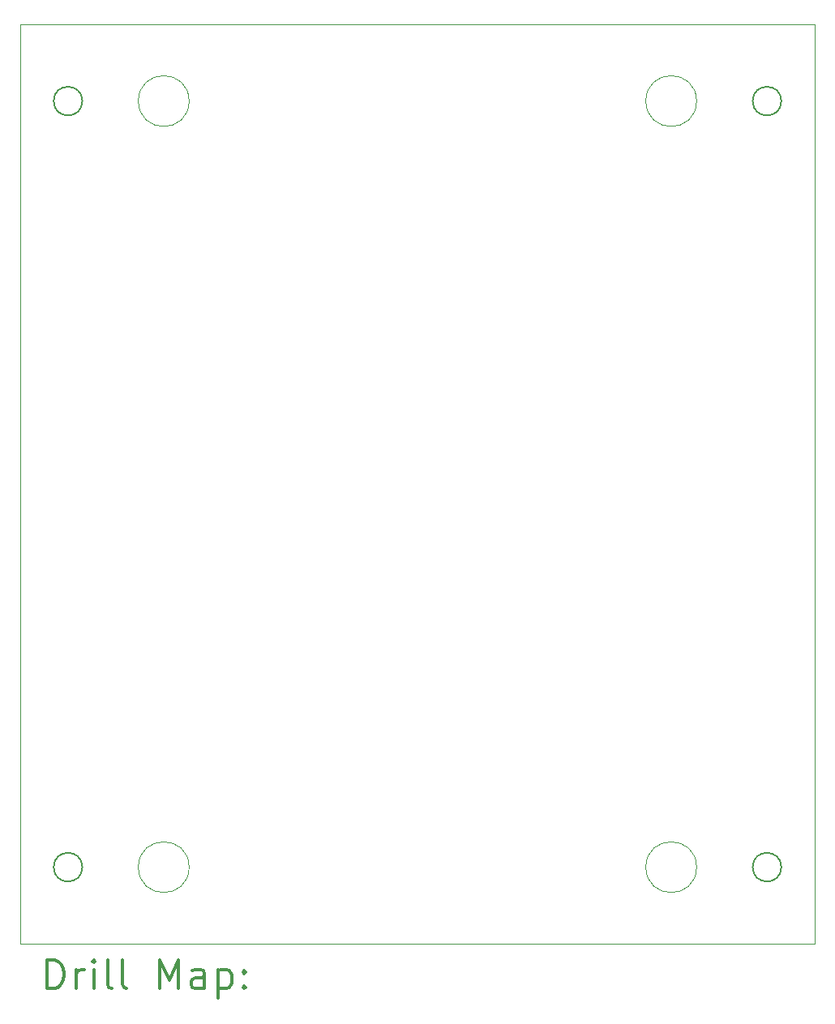
<source format=gbr>
%FSLAX45Y45*%
G04 Gerber Fmt 4.5, Leading zero omitted, Abs format (unit mm)*
G04 Created by KiCad (PCBNEW (5.1.10)-1) date 2022-04-02 16:27:37*
%MOMM*%
%LPD*%
G01*
G04 APERTURE LIST*
%TA.AperFunction,Profile*%
%ADD10C,0.050000*%
%TD*%
%TA.AperFunction,Profile*%
%ADD11C,0.150000*%
%TD*%
%ADD12C,0.200000*%
%ADD13C,0.300000*%
G04 APERTURE END LIST*
D10*
X16065000Y-5900000D02*
G75*
G03*
X16065000Y-5900000I-265000J0D01*
G01*
X10765000Y-5900000D02*
G75*
G03*
X10765000Y-5900000I-265000J0D01*
G01*
X10765000Y-13900000D02*
G75*
G03*
X10765000Y-13900000I-265000J0D01*
G01*
X16065000Y-13900000D02*
G75*
G03*
X16065000Y-13900000I-265000J0D01*
G01*
D11*
X9650000Y-13900000D02*
G75*
G03*
X9650000Y-13900000I-150000J0D01*
G01*
X16950000Y-13900000D02*
G75*
G03*
X16950000Y-13900000I-150000J0D01*
G01*
X16950000Y-5900000D02*
G75*
G03*
X16950000Y-5900000I-150000J0D01*
G01*
X9650000Y-5900000D02*
G75*
G03*
X9650000Y-5900000I-150000J0D01*
G01*
D10*
X9000000Y-14700000D02*
X17300000Y-14700000D01*
X9000000Y-5100000D02*
X9000000Y-14700000D01*
X17300000Y-5100000D02*
X9000000Y-5100000D01*
X17300000Y-5100000D02*
X17300000Y-14700000D01*
D12*
D13*
X9283928Y-15168214D02*
X9283928Y-14868214D01*
X9355357Y-14868214D01*
X9398214Y-14882500D01*
X9426786Y-14911071D01*
X9441071Y-14939643D01*
X9455357Y-14996786D01*
X9455357Y-15039643D01*
X9441071Y-15096786D01*
X9426786Y-15125357D01*
X9398214Y-15153929D01*
X9355357Y-15168214D01*
X9283928Y-15168214D01*
X9583928Y-15168214D02*
X9583928Y-14968214D01*
X9583928Y-15025357D02*
X9598214Y-14996786D01*
X9612500Y-14982500D01*
X9641071Y-14968214D01*
X9669643Y-14968214D01*
X9769643Y-15168214D02*
X9769643Y-14968214D01*
X9769643Y-14868214D02*
X9755357Y-14882500D01*
X9769643Y-14896786D01*
X9783928Y-14882500D01*
X9769643Y-14868214D01*
X9769643Y-14896786D01*
X9955357Y-15168214D02*
X9926786Y-15153929D01*
X9912500Y-15125357D01*
X9912500Y-14868214D01*
X10112500Y-15168214D02*
X10083928Y-15153929D01*
X10069643Y-15125357D01*
X10069643Y-14868214D01*
X10455357Y-15168214D02*
X10455357Y-14868214D01*
X10555357Y-15082500D01*
X10655357Y-14868214D01*
X10655357Y-15168214D01*
X10926786Y-15168214D02*
X10926786Y-15011071D01*
X10912500Y-14982500D01*
X10883928Y-14968214D01*
X10826786Y-14968214D01*
X10798214Y-14982500D01*
X10926786Y-15153929D02*
X10898214Y-15168214D01*
X10826786Y-15168214D01*
X10798214Y-15153929D01*
X10783928Y-15125357D01*
X10783928Y-15096786D01*
X10798214Y-15068214D01*
X10826786Y-15053929D01*
X10898214Y-15053929D01*
X10926786Y-15039643D01*
X11069643Y-14968214D02*
X11069643Y-15268214D01*
X11069643Y-14982500D02*
X11098214Y-14968214D01*
X11155357Y-14968214D01*
X11183928Y-14982500D01*
X11198214Y-14996786D01*
X11212500Y-15025357D01*
X11212500Y-15111071D01*
X11198214Y-15139643D01*
X11183928Y-15153929D01*
X11155357Y-15168214D01*
X11098214Y-15168214D01*
X11069643Y-15153929D01*
X11341071Y-15139643D02*
X11355357Y-15153929D01*
X11341071Y-15168214D01*
X11326786Y-15153929D01*
X11341071Y-15139643D01*
X11341071Y-15168214D01*
X11341071Y-14982500D02*
X11355357Y-14996786D01*
X11341071Y-15011071D01*
X11326786Y-14996786D01*
X11341071Y-14982500D01*
X11341071Y-15011071D01*
M02*

</source>
